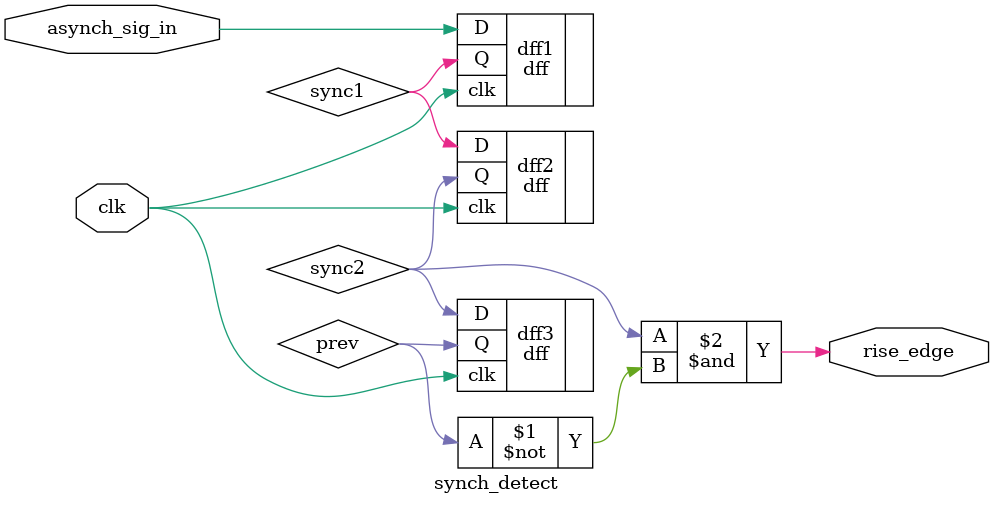
<source format=v>
module synch_detect(
	input asynch_sig_in,
	input clk,
	output rise_edge
);

	wire sync1, sync2, prev;
	
	// First stage of synchronization
    	dff dff1 (.D(asynch_sig_in), .clk(clk), .Q(sync1));

    	// Second stage of synchronization
    	dff dff2 (.D(sync1), .clk(clk), .Q(sync2));

	// Stage to store prev result
	dff dff3 (.D(sync2), .clk(clk), .Q(prev));

    	// sig_out is high for 1 cycle when sync2 transitions from 0 -> 1
    	assign rise_edge = sync2 & ~prev;
	
	

endmodule

</source>
